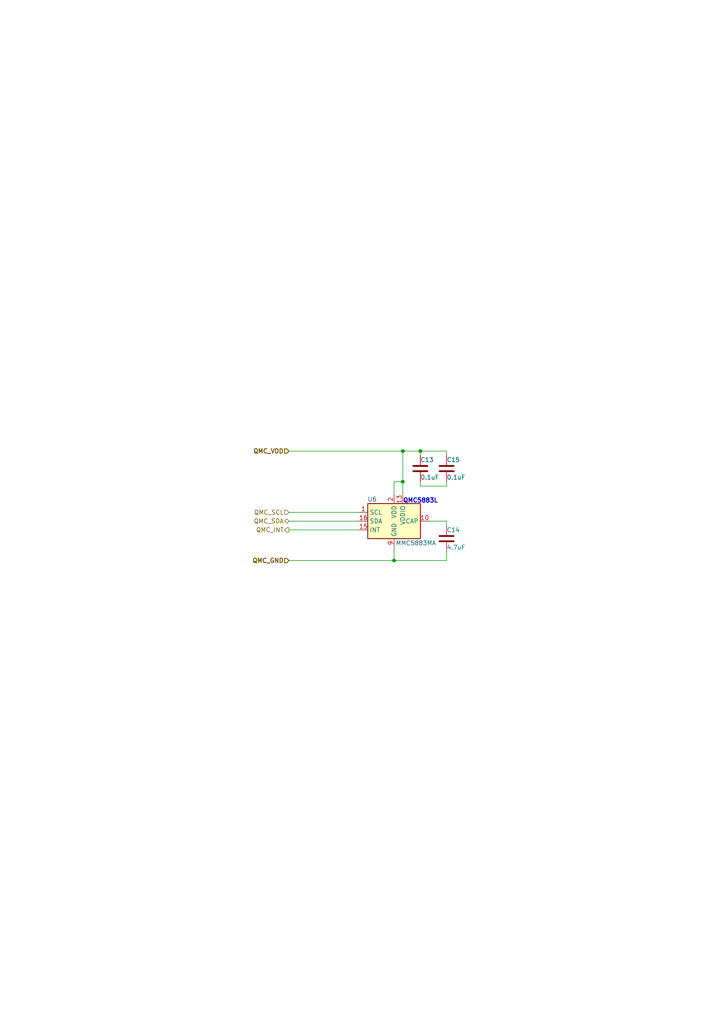
<source format=kicad_sch>
(kicad_sch (version 20230121) (generator eeschema)
  (paper "A4" portrait)
  (title_block (title "RasPi Zero NAV Hat") (date "2023-05-12") (rev "0.1") (company "chipiki.ru") (comment 1 "RasPi Zero NAV Hat") (comment 2 "Denis Tsekh"))
  (lib_symbols
    (symbol "Device:C" (pin_numbers hide) (pin_names (offset 0.254))
      (property "Reference" "C" (at 0.635 2.54 0))
      (property "Value" "C" (at 0.635 -2.54 0))
      (symbol "C_0_1"
        (polyline (pts (xy -2.032 -0.762) (xy 2.032 -0.762)) (stroke (width 0.508)))
        (polyline (pts (xy -2.032 0.762) (xy 2.032 0.762)) (stroke (width 0.508)))
      )
      (symbol "C_1_1"
        (pin passive line (at 0 3.81 270) (length 2.794) (name "~") (number "1"))
        (pin passive line (at 0 -3.81 90) (length 2.794) (name "~") (number "2"))
      )
    )
    (symbol "Sensor_Magnetic:MMC5883MA"
      (property "Reference" "U" (at -7.62 7.62 0))
      (property "Value" "MMC5883MA" (at 5.08 7.62 0))
      (symbol "MMC5883MA_0_1"
        (rectangle (start -7.62 -5.08) (end 7.62 5.08) (stroke (width 0.254)) (fill (type background)))
      )
      (symbol "MMC5883MA_1_1"
        (pin input line (at -10.16 2.54 0) (length 2.54) (name "SCL") (number "1"))
        (pin passive line (at 10.16 0 180) (length 2.54) (name "CAP") (number "10"))
        (pin passive line (at 0 -7.62 90) (length 2.54) hide (name "GND") (number "11"))
        (pin no_connect line (at 5.08 -5.08 90) (length 2.54) hide (name "NC") (number "12"))
        (pin power_in line (at 2.54 7.62 270) (length 2.54) (name "VDDIO") (number "13"))
        (pin no_connect line (at -2.54 -5.08 90) (length 2.54) hide (name "NC") (number "14"))
        (pin output line (at -10.16 -2.54 0) (length 2.54) (name "INT") (number "15"))
        (pin bidirectional line (at -10.16 0 0) (length 2.54) (name "SDA") (number "16"))
        (pin power_in line (at 0 7.62 270) (length 2.54) (name "VDD") (number "2"))
        (pin no_connect line (at 7.62 -5.08 180) (length 2.54) hide (name "NC") (number "3"))
        (pin no_connect line (at 7.62 2.54 180) (length 2.54) hide (name "NC") (number "4"))
        (pin no_connect line (at 7.62 5.08 180) (length 2.54) hide (name "NC") (number "5"))
        (pin no_connect line (at 7.62 -2.54 180) (length 2.54) hide (name "NC") (number "6"))
        (pin no_connect line (at -5.08 -5.08 90) (length 2.54) hide (name "NC") (number "7"))
        (pin no_connect line (at 2.54 -5.08 90) (length 2.54) hide (name "NC") (number "8"))
        (pin power_in line (at 0 -7.62 90) (length 2.54) (name "GND") (number "9"))
      )
    )
  )
  (junction (at 116.84 139.7))
  (junction (at 114.3 162.56))
  (junction (at 121.92 130.81))
  (junction (at 116.84 130.81))
  (wire (pts (xy 83.82 148.59) (xy 104.14 148.59)))
  (wire (pts (xy 114.3 139.7) (xy 116.84 139.7)))
  (wire (pts (xy 114.3 158.75) (xy 114.3 162.56)))
  (wire (pts (xy 116.84 139.7) (xy 116.84 130.81)))
  (wire (pts (xy 129.54 162.56) (xy 114.3 162.56)))
  (wire (pts (xy 124.46 151.13) (xy 129.54 151.13)))
  (wire (pts (xy 129.54 130.81) (xy 129.54 132.08)))
  (wire (pts (xy 83.82 130.81) (xy 116.84 130.81)))
  (wire (pts (xy 129.54 139.7) (xy 129.54 140.97)))
  (wire (pts (xy 116.84 139.7) (xy 116.84 143.51)))
  (wire (pts (xy 129.54 160.02) (xy 129.54 162.56)))
  (wire (pts (xy 83.82 162.56) (xy 114.3 162.56)))
  (wire (pts (xy 114.3 143.51) (xy 114.3 139.7)))
  (wire (pts (xy 83.82 151.13) (xy 104.14 151.13)))
  (wire (pts (xy 121.92 139.7) (xy 121.92 140.97)))
  (wire (pts (xy 121.92 140.97) (xy 129.54 140.97)))
  (wire (pts (xy 83.82 153.67) (xy 104.14 153.67)))
  (wire (pts (xy 129.54 151.13) (xy 129.54 152.4)))
  (wire (pts (xy 116.84 130.81) (xy 121.92 130.81)))
  (wire (pts (xy 121.92 130.81) (xy 129.54 130.81)))
  (wire (pts (xy 121.92 130.81) (xy 121.92 132.08)))
  (text "QMC5883L" (at 116.84 146.05 0) (effects (font (size 1.27 1.27) (thickness 0.254) bold) (justify left bottom)))
  (hierarchical_label "QMC_SDA" (shape bidirectional) (at 83.82 151.13 180))
  (hierarchical_label "QMC_GND" (shape input) (at 83.82 162.56 180) (effects (font bold)))
  (hierarchical_label "QMC_INT" (shape output) (at 83.82 153.67 180))
  (hierarchical_label "QMC_SCL" (shape input) (at 83.82 148.59 180))
  (hierarchical_label "QMC_VDD" (shape input) (at 83.82 130.81 180) (effects (font bold)))
  (symbol (lib_id "Device:C") (at 121.92 135.89 0) (unit 1)
    (property "Reference" "C13" (at 121.92 133.35 0) (effects (justify left)))
    (property "Value" "0.1uF" (at 121.92 138.43 0) (effects (justify left)))
    (property "Footprint" "Capacitor_SMD:C_0402_1005Metric" (effects hide))
  )
  (symbol (lib_id "Device:C") (at 129.54 156.21 0) (unit 1)
    (property "Reference" "C14" (at 129.54 153.67 0) (effects (justify left)))
    (property "Value" "4.7uF" (at 129.54 158.75 0) (effects (justify left)))
    (property "Footprint" "Capacitor_SMD:C_0402_1005Metric" (effects hide))
  )
  (symbol (lib_id "Sensor_Magnetic:MMC5883MA") (at 114.3 151.13 0) (unit 1)
    (property "Reference" "U6" (at 107.95 144.78 0))
    (property "Value" "MMC5883MA" (at 120.65 157.48 0))
    (property "Footprint" "Package_LGA:LGA-16_3x3mm_P0.5mm" (effects hide))
    (property "Datasheet" "http://www.memsic.com/userfiles/files/DataSheets/Magnetic-Sensors-Datasheets/MMC5883MA-RevC.pdf" (effects hide))
  )
  (symbol (lib_id "Device:C") (at 129.54 135.89 0) (unit 1)
    (property "Reference" "C15" (at 129.54 133.35 0) (effects (justify left)))
    (property "Value" "0.1uF" (at 129.54 138.43 0) (effects (justify left)))
    (property "Footprint" "Capacitor_SMD:C_0402_1005Metric" (effects hide))
  )
)
</source>
